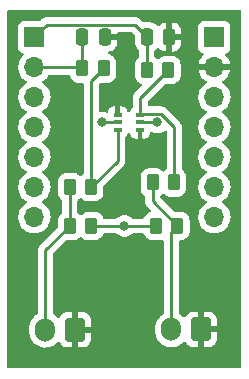
<source format=gbr>
%TF.GenerationSoftware,KiCad,Pcbnew,(6.0.5)*%
%TF.CreationDate,2022-05-19T09:16:10-04:00*%
%TF.ProjectId,OneMoreThermistor,4f6e654d-6f72-4655-9468-65726d697374,rev?*%
%TF.SameCoordinates,Original*%
%TF.FileFunction,Copper,L1,Top*%
%TF.FilePolarity,Positive*%
%FSLAX46Y46*%
G04 Gerber Fmt 4.6, Leading zero omitted, Abs format (unit mm)*
G04 Created by KiCad (PCBNEW (6.0.5)) date 2022-05-19 09:16:10*
%MOMM*%
%LPD*%
G01*
G04 APERTURE LIST*
G04 Aperture macros list*
%AMRoundRect*
0 Rectangle with rounded corners*
0 $1 Rounding radius*
0 $2 $3 $4 $5 $6 $7 $8 $9 X,Y pos of 4 corners*
0 Add a 4 corners polygon primitive as box body*
4,1,4,$2,$3,$4,$5,$6,$7,$8,$9,$2,$3,0*
0 Add four circle primitives for the rounded corners*
1,1,$1+$1,$2,$3*
1,1,$1+$1,$4,$5*
1,1,$1+$1,$6,$7*
1,1,$1+$1,$8,$9*
0 Add four rect primitives between the rounded corners*
20,1,$1+$1,$2,$3,$4,$5,0*
20,1,$1+$1,$4,$5,$6,$7,0*
20,1,$1+$1,$6,$7,$8,$9,0*
20,1,$1+$1,$8,$9,$2,$3,0*%
G04 Aperture macros list end*
%TA.AperFunction,ComponentPad*%
%ADD10RoundRect,0.250000X0.600000X0.750000X-0.600000X0.750000X-0.600000X-0.750000X0.600000X-0.750000X0*%
%TD*%
%TA.AperFunction,ComponentPad*%
%ADD11O,1.700000X2.000000*%
%TD*%
%TA.AperFunction,SMDPad,CuDef*%
%ADD12RoundRect,0.250000X-0.262500X-0.450000X0.262500X-0.450000X0.262500X0.450000X-0.262500X0.450000X0*%
%TD*%
%TA.AperFunction,SMDPad,CuDef*%
%ADD13RoundRect,0.250000X-0.250000X-0.475000X0.250000X-0.475000X0.250000X0.475000X-0.250000X0.475000X0*%
%TD*%
%TA.AperFunction,ComponentPad*%
%ADD14R,1.700000X1.700000*%
%TD*%
%TA.AperFunction,ComponentPad*%
%ADD15O,1.700000X1.700000*%
%TD*%
%TA.AperFunction,SMDPad,CuDef*%
%ADD16RoundRect,0.250000X0.262500X0.450000X-0.262500X0.450000X-0.262500X-0.450000X0.262500X-0.450000X0*%
%TD*%
%TA.AperFunction,SMDPad,CuDef*%
%ADD17R,0.650000X0.400000*%
%TD*%
%TA.AperFunction,ViaPad*%
%ADD18C,0.800000*%
%TD*%
%TA.AperFunction,Conductor*%
%ADD19C,0.250000*%
%TD*%
G04 APERTURE END LIST*
D10*
%TO.P,J1,1,Pin_1*%
%TO.N,GND*%
X102997000Y-83820000D03*
D11*
%TO.P,J1,2,Pin_2*%
%TO.N,Net-(J1-Pad2)*%
X100497000Y-83820000D03*
%TD*%
D12*
%TO.P,R4,1*%
%TO.N,Net-(J4-Pad2)*%
X91901000Y-75057000D03*
%TO.P,R4,2*%
%TO.N,+3V3*%
X93726000Y-75057000D03*
%TD*%
D13*
%TO.P,C2,1*%
%TO.N,/T2*%
X92964000Y-59055000D03*
%TO.P,C2,2*%
%TO.N,GND*%
X94864000Y-59055000D03*
%TD*%
D14*
%TO.P,J3,1,Pin_1*%
%TO.N,unconnected-(J3-Pad1)*%
X104140000Y-59070000D03*
D15*
%TO.P,J3,2,Pin_2*%
%TO.N,GND*%
X104140000Y-61610000D03*
%TO.P,J3,3,Pin_3*%
%TO.N,+3V3*%
X104140000Y-64150000D03*
%TO.P,J3,4,Pin_4*%
%TO.N,unconnected-(J3-Pad4)*%
X104140000Y-66690000D03*
%TO.P,J3,5,Pin_5*%
%TO.N,unconnected-(J3-Pad5)*%
X104140000Y-69230000D03*
%TO.P,J3,6,Pin_6*%
%TO.N,unconnected-(J3-Pad6)*%
X104140000Y-71770000D03*
%TO.P,J3,7,Pin_7*%
%TO.N,unconnected-(J3-Pad7)*%
X104140000Y-74310000D03*
%TD*%
D16*
%TO.P,R1,1*%
%TO.N,Net-(J1-Pad2)*%
X101012000Y-75057000D03*
%TO.P,R1,2*%
%TO.N,+3V3*%
X99187000Y-75057000D03*
%TD*%
D13*
%TO.P,C1,1*%
%TO.N,/T1*%
X98430000Y-59055000D03*
%TO.P,C1,2*%
%TO.N,GND*%
X100330000Y-59055000D03*
%TD*%
D12*
%TO.P,R2,1*%
%TO.N,Net-(J1-Pad2)*%
X98909500Y-71374000D03*
%TO.P,R2,2*%
%TO.N,/P1*%
X100734500Y-71374000D03*
%TD*%
D10*
%TO.P,J4,1,Pin_1*%
%TO.N,GND*%
X92329000Y-83837000D03*
D11*
%TO.P,J4,2,Pin_2*%
%TO.N,Net-(J4-Pad2)*%
X89829000Y-83837000D03*
%TD*%
D16*
%TO.P,R6,1*%
%TO.N,/P2*%
X94789000Y-61722000D03*
%TO.P,R6,2*%
%TO.N,/T2*%
X92964000Y-61722000D03*
%TD*%
D14*
%TO.P,J2,1,Pin_1*%
%TO.N,/T1*%
X88900000Y-59070000D03*
D15*
%TO.P,J2,2,Pin_2*%
%TO.N,/T2*%
X88900000Y-61610000D03*
%TO.P,J2,3,Pin_3*%
%TO.N,unconnected-(J2-Pad3)*%
X88900000Y-64150000D03*
%TO.P,J2,4,Pin_4*%
%TO.N,unconnected-(J2-Pad4)*%
X88900000Y-66690000D03*
%TO.P,J2,5,Pin_5*%
%TO.N,unconnected-(J2-Pad5)*%
X88900000Y-69230000D03*
%TO.P,J2,6,Pin_6*%
%TO.N,unconnected-(J2-Pad6)*%
X88900000Y-71770000D03*
%TO.P,J2,7,Pin_7*%
%TO.N,unconnected-(J2-Pad7)*%
X88900000Y-74310000D03*
%TD*%
D12*
%TO.P,R5,1*%
%TO.N,Net-(J4-Pad2)*%
X91901000Y-71755000D03*
%TO.P,R5,2*%
%TO.N,/P2*%
X93726000Y-71755000D03*
%TD*%
D17*
%TO.P,D1,1,A1*%
%TO.N,GND*%
X95951000Y-65644000D03*
%TO.P,D1,2,K2*%
%TO.N,+3V3*%
X95951000Y-66294000D03*
%TO.P,D1,3,K1A2*%
%TO.N,/P2*%
X95951000Y-66944000D03*
%TO.P,D1,4,A3*%
%TO.N,GND*%
X97851000Y-66944000D03*
%TO.P,D1,5,K4*%
%TO.N,+3V3*%
X97851000Y-66294000D03*
%TO.P,D1,6,K3A4*%
%TO.N,/P1*%
X97851000Y-65644000D03*
%TD*%
D16*
%TO.P,R3,1*%
%TO.N,/P1*%
X100250000Y-61849000D03*
%TO.P,R3,2*%
%TO.N,/T1*%
X98425000Y-61849000D03*
%TD*%
D18*
%TO.N,GND*%
X91694000Y-68707000D03*
X96266000Y-63500000D03*
X96647000Y-60706000D03*
X91694000Y-65024000D03*
X96901000Y-78359000D03*
X93599000Y-78359000D03*
X103759000Y-78359000D03*
X100584000Y-64643000D03*
X97790000Y-68707000D03*
%TO.N,+3V3*%
X99314000Y-66294000D03*
X96520000Y-75057000D03*
X94615000Y-66294000D03*
%TD*%
D19*
%TO.N,+3V3*%
X93726000Y-75057000D02*
X96520000Y-75057000D01*
X96520000Y-75057000D02*
X99187000Y-75057000D01*
X97851000Y-66294000D02*
X99314000Y-66294000D01*
X94615000Y-66294000D02*
X95951000Y-66294000D01*
%TO.N,Net-(J1-Pad2)*%
X100497000Y-75572000D02*
X100497000Y-83820000D01*
X98909500Y-72954500D02*
X101012000Y-75057000D01*
X98909500Y-71374000D02*
X98909500Y-72954500D01*
X101012000Y-75057000D02*
X100497000Y-75572000D01*
%TO.N,/T1*%
X98430000Y-59055000D02*
X98430000Y-61844000D01*
X98430000Y-61844000D02*
X98425000Y-61849000D01*
X88900000Y-59070000D02*
X89964520Y-58005480D01*
X97380480Y-58005480D02*
X98430000Y-59055000D01*
X89964520Y-58005480D02*
X97380480Y-58005480D01*
%TO.N,/T2*%
X92964000Y-61722000D02*
X92964000Y-59055000D01*
X92852000Y-61610000D02*
X92964000Y-61722000D01*
X88900000Y-61610000D02*
X92852000Y-61610000D01*
%TO.N,/P2*%
X94789000Y-61722000D02*
X93726000Y-62785000D01*
X93726000Y-62785000D02*
X93726000Y-71755000D01*
X93726000Y-71755000D02*
X95951000Y-69530000D01*
X95951000Y-69530000D02*
X95951000Y-66944000D01*
%TO.N,/P1*%
X97851000Y-64248000D02*
X100250000Y-61849000D01*
X97851000Y-65644000D02*
X97925511Y-65569489D01*
X97925511Y-65569489D02*
X99614103Y-65569489D01*
X99614103Y-65569489D02*
X100734500Y-66689886D01*
X100734500Y-66689886D02*
X100734500Y-71374000D01*
X97851000Y-65644000D02*
X97851000Y-64248000D01*
%TO.N,Net-(J4-Pad2)*%
X91901000Y-71755000D02*
X91901000Y-75057000D01*
X89829000Y-77129000D02*
X89829000Y-83837000D01*
X91901000Y-75057000D02*
X89829000Y-77129000D01*
%TD*%
%TA.AperFunction,Conductor*%
%TO.N,GND*%
G36*
X106367621Y-56789502D02*
G01*
X106414114Y-56843158D01*
X106425500Y-56895500D01*
X106425500Y-86995500D01*
X106405498Y-87063621D01*
X106351842Y-87110114D01*
X106299500Y-87121500D01*
X86740500Y-87121500D01*
X86672379Y-87101498D01*
X86625886Y-87047842D01*
X86614500Y-86995500D01*
X86614500Y-74276695D01*
X87537251Y-74276695D01*
X87537548Y-74281848D01*
X87537548Y-74281851D01*
X87546915Y-74444296D01*
X87550110Y-74499715D01*
X87551247Y-74504761D01*
X87551248Y-74504767D01*
X87563655Y-74559817D01*
X87599222Y-74717639D01*
X87683266Y-74924616D01*
X87799987Y-75115088D01*
X87946250Y-75283938D01*
X88118126Y-75426632D01*
X88311000Y-75539338D01*
X88315825Y-75541180D01*
X88315826Y-75541181D01*
X88366674Y-75560598D01*
X88519692Y-75619030D01*
X88524760Y-75620061D01*
X88524763Y-75620062D01*
X88632017Y-75641883D01*
X88738597Y-75663567D01*
X88743772Y-75663757D01*
X88743774Y-75663757D01*
X88956673Y-75671564D01*
X88956677Y-75671564D01*
X88961837Y-75671753D01*
X88966957Y-75671097D01*
X88966959Y-75671097D01*
X89178288Y-75644025D01*
X89178289Y-75644025D01*
X89183416Y-75643368D01*
X89188366Y-75641883D01*
X89392429Y-75580661D01*
X89392434Y-75580659D01*
X89397384Y-75579174D01*
X89597994Y-75480896D01*
X89779860Y-75351173D01*
X89938096Y-75193489D01*
X89997594Y-75110689D01*
X90065435Y-75016277D01*
X90068453Y-75012077D01*
X90167430Y-74811811D01*
X90232370Y-74598069D01*
X90261529Y-74376590D01*
X90263156Y-74310000D01*
X90244852Y-74087361D01*
X90190431Y-73870702D01*
X90101354Y-73665840D01*
X89980014Y-73478277D01*
X89829670Y-73313051D01*
X89825619Y-73309852D01*
X89825615Y-73309848D01*
X89658414Y-73177800D01*
X89658410Y-73177798D01*
X89654359Y-73174598D01*
X89613053Y-73151796D01*
X89563084Y-73101364D01*
X89548312Y-73031921D01*
X89573428Y-72965516D01*
X89600780Y-72938909D01*
X89663167Y-72894409D01*
X89779860Y-72811173D01*
X89783715Y-72807332D01*
X89934435Y-72657137D01*
X89938096Y-72653489D01*
X89989107Y-72582500D01*
X90065435Y-72476277D01*
X90068453Y-72472077D01*
X90091062Y-72426332D01*
X90165136Y-72276453D01*
X90165137Y-72276451D01*
X90167430Y-72271811D01*
X90232370Y-72058069D01*
X90261529Y-71836590D01*
X90263156Y-71770000D01*
X90244852Y-71547361D01*
X90190431Y-71330702D01*
X90101354Y-71125840D01*
X90061906Y-71064862D01*
X89982822Y-70942617D01*
X89982820Y-70942614D01*
X89980014Y-70938277D01*
X89829670Y-70773051D01*
X89825619Y-70769852D01*
X89825615Y-70769848D01*
X89658414Y-70637800D01*
X89658410Y-70637798D01*
X89654359Y-70634598D01*
X89613053Y-70611796D01*
X89563084Y-70561364D01*
X89548312Y-70491921D01*
X89573428Y-70425516D01*
X89600780Y-70398909D01*
X89644603Y-70367650D01*
X89779860Y-70271173D01*
X89789433Y-70261634D01*
X89872990Y-70178368D01*
X89938096Y-70113489D01*
X89997594Y-70030689D01*
X90065435Y-69936277D01*
X90068453Y-69932077D01*
X90073728Y-69921405D01*
X90165136Y-69736453D01*
X90165137Y-69736451D01*
X90167430Y-69731811D01*
X90232370Y-69518069D01*
X90261529Y-69296590D01*
X90261848Y-69283526D01*
X90263074Y-69233365D01*
X90263074Y-69233361D01*
X90263156Y-69230000D01*
X90244852Y-69007361D01*
X90190431Y-68790702D01*
X90101354Y-68585840D01*
X89980014Y-68398277D01*
X89829670Y-68233051D01*
X89825619Y-68229852D01*
X89825615Y-68229848D01*
X89658414Y-68097800D01*
X89658410Y-68097798D01*
X89654359Y-68094598D01*
X89613053Y-68071796D01*
X89563084Y-68021364D01*
X89548312Y-67951921D01*
X89573428Y-67885516D01*
X89600780Y-67858909D01*
X89644603Y-67827650D01*
X89779860Y-67731173D01*
X89938096Y-67573489D01*
X89997594Y-67490689D01*
X90065435Y-67396277D01*
X90068453Y-67392077D01*
X90132936Y-67261606D01*
X90165136Y-67196453D01*
X90165137Y-67196451D01*
X90167430Y-67191811D01*
X90232370Y-66978069D01*
X90261529Y-66756590D01*
X90263156Y-66690000D01*
X90244852Y-66467361D01*
X90190431Y-66250702D01*
X90101354Y-66045840D01*
X90051644Y-65969000D01*
X89982822Y-65862617D01*
X89982820Y-65862614D01*
X89980014Y-65858277D01*
X89829670Y-65693051D01*
X89825619Y-65689852D01*
X89825615Y-65689848D01*
X89658414Y-65557800D01*
X89658410Y-65557798D01*
X89654359Y-65554598D01*
X89613053Y-65531796D01*
X89563084Y-65481364D01*
X89548312Y-65411921D01*
X89573428Y-65345516D01*
X89600780Y-65318909D01*
X89666125Y-65272299D01*
X89779860Y-65191173D01*
X89808663Y-65162471D01*
X89934435Y-65037137D01*
X89938096Y-65033489D01*
X89997594Y-64950689D01*
X90065435Y-64856277D01*
X90068453Y-64852077D01*
X90167430Y-64651811D01*
X90232370Y-64438069D01*
X90261529Y-64216590D01*
X90261611Y-64213240D01*
X90263074Y-64153365D01*
X90263074Y-64153361D01*
X90263156Y-64150000D01*
X90244852Y-63927361D01*
X90190431Y-63710702D01*
X90101354Y-63505840D01*
X89980014Y-63318277D01*
X89829670Y-63153051D01*
X89825619Y-63149852D01*
X89825615Y-63149848D01*
X89658414Y-63017800D01*
X89658410Y-63017798D01*
X89654359Y-63014598D01*
X89613053Y-62991796D01*
X89563084Y-62941364D01*
X89548312Y-62871921D01*
X89573428Y-62805516D01*
X89600780Y-62778909D01*
X89644603Y-62747650D01*
X89779860Y-62651173D01*
X89792004Y-62639072D01*
X89861209Y-62570107D01*
X89938096Y-62493489D01*
X89942191Y-62487791D01*
X90065435Y-62316277D01*
X90068453Y-62312077D01*
X90070746Y-62307437D01*
X90072446Y-62304608D01*
X90124674Y-62256518D01*
X90180451Y-62243500D01*
X91834936Y-62243500D01*
X91903057Y-62263502D01*
X91949550Y-62317158D01*
X91954459Y-62329623D01*
X91998087Y-62460389D01*
X92009950Y-62495946D01*
X92103022Y-62646348D01*
X92228197Y-62771305D01*
X92234427Y-62775145D01*
X92234428Y-62775146D01*
X92371590Y-62859694D01*
X92378762Y-62864115D01*
X92424164Y-62879174D01*
X92540111Y-62917632D01*
X92540113Y-62917632D01*
X92546639Y-62919797D01*
X92553475Y-62920497D01*
X92553478Y-62920498D01*
X92596531Y-62924909D01*
X92651100Y-62930500D01*
X92966500Y-62930500D01*
X93034621Y-62950502D01*
X93081114Y-63004158D01*
X93092500Y-63056500D01*
X93092500Y-70572366D01*
X93072498Y-70640487D01*
X93032804Y-70679509D01*
X92989152Y-70706522D01*
X92934474Y-70761296D01*
X92902716Y-70793109D01*
X92840434Y-70827188D01*
X92769614Y-70822185D01*
X92724525Y-70793264D01*
X92641983Y-70710866D01*
X92636803Y-70705695D01*
X92630572Y-70701854D01*
X92492468Y-70616725D01*
X92492466Y-70616724D01*
X92486238Y-70612885D01*
X92377050Y-70576669D01*
X92324889Y-70559368D01*
X92324887Y-70559368D01*
X92318361Y-70557203D01*
X92311525Y-70556503D01*
X92311522Y-70556502D01*
X92268469Y-70552091D01*
X92213900Y-70546500D01*
X91588100Y-70546500D01*
X91584854Y-70546837D01*
X91584850Y-70546837D01*
X91489192Y-70556762D01*
X91489188Y-70556763D01*
X91482334Y-70557474D01*
X91475798Y-70559655D01*
X91475796Y-70559655D01*
X91373380Y-70593824D01*
X91314554Y-70613450D01*
X91164152Y-70706522D01*
X91039195Y-70831697D01*
X91035355Y-70837927D01*
X91035354Y-70837928D01*
X90970823Y-70942617D01*
X90946385Y-70982262D01*
X90944081Y-70989209D01*
X90898763Y-71125840D01*
X90890703Y-71150139D01*
X90880000Y-71254600D01*
X90880000Y-72255400D01*
X90880337Y-72258646D01*
X90880337Y-72258650D01*
X90888352Y-72335891D01*
X90890974Y-72361166D01*
X90893155Y-72367702D01*
X90893155Y-72367704D01*
X90909980Y-72418134D01*
X90946950Y-72528946D01*
X91040022Y-72679348D01*
X91165197Y-72804305D01*
X91171428Y-72808146D01*
X91171431Y-72808148D01*
X91207617Y-72830454D01*
X91255110Y-72883226D01*
X91267500Y-72937713D01*
X91267500Y-73874366D01*
X91247498Y-73942487D01*
X91207804Y-73981509D01*
X91164152Y-74008522D01*
X91039195Y-74133697D01*
X91035355Y-74139927D01*
X91035354Y-74139928D01*
X90957715Y-74265882D01*
X90946385Y-74284262D01*
X90890703Y-74452139D01*
X90880000Y-74556600D01*
X90880000Y-75129906D01*
X90859998Y-75198027D01*
X90843095Y-75219001D01*
X89436747Y-76625348D01*
X89428461Y-76632888D01*
X89421982Y-76637000D01*
X89416557Y-76642777D01*
X89375357Y-76686651D01*
X89372602Y-76689493D01*
X89352865Y-76709230D01*
X89350385Y-76712427D01*
X89342682Y-76721447D01*
X89312414Y-76753679D01*
X89308595Y-76760625D01*
X89308593Y-76760628D01*
X89302652Y-76771434D01*
X89291801Y-76787953D01*
X89279386Y-76803959D01*
X89276241Y-76811228D01*
X89276238Y-76811232D01*
X89261826Y-76844537D01*
X89256609Y-76855187D01*
X89235305Y-76893940D01*
X89233334Y-76901615D01*
X89233334Y-76901616D01*
X89230267Y-76913562D01*
X89223863Y-76932266D01*
X89215819Y-76950855D01*
X89214580Y-76958678D01*
X89214577Y-76958688D01*
X89208901Y-76994524D01*
X89206495Y-77006144D01*
X89195500Y-77048970D01*
X89195500Y-77069224D01*
X89193949Y-77088934D01*
X89190780Y-77108943D01*
X89191526Y-77116835D01*
X89194941Y-77152961D01*
X89195500Y-77164819D01*
X89195500Y-82411404D01*
X89175498Y-82479525D01*
X89134867Y-82519122D01*
X89025683Y-82585377D01*
X89021653Y-82588874D01*
X88871146Y-82719477D01*
X88851555Y-82736477D01*
X88848168Y-82740608D01*
X88708760Y-82910627D01*
X88708756Y-82910633D01*
X88705376Y-82914755D01*
X88702737Y-82919391D01*
X88702735Y-82919394D01*
X88692261Y-82937794D01*
X88591325Y-83115114D01*
X88512663Y-83331825D01*
X88511714Y-83337074D01*
X88511713Y-83337077D01*
X88472377Y-83554608D01*
X88472376Y-83554615D01*
X88471639Y-83558692D01*
X88470500Y-83582844D01*
X88470500Y-84044890D01*
X88474426Y-84091156D01*
X88483638Y-84199720D01*
X88485080Y-84216720D01*
X88486418Y-84221875D01*
X88486419Y-84221881D01*
X88539850Y-84427741D01*
X88542999Y-84439872D01*
X88637688Y-84650075D01*
X88766441Y-84841319D01*
X88770120Y-84845176D01*
X88770122Y-84845178D01*
X88807606Y-84884471D01*
X88925576Y-85008135D01*
X89110542Y-85145754D01*
X89115293Y-85148170D01*
X89115297Y-85148172D01*
X89162040Y-85171937D01*
X89316051Y-85250240D01*
X89321145Y-85251822D01*
X89321148Y-85251823D01*
X89476380Y-85300024D01*
X89536227Y-85318607D01*
X89541516Y-85319308D01*
X89759489Y-85348198D01*
X89759494Y-85348198D01*
X89764774Y-85348898D01*
X89770103Y-85348698D01*
X89770105Y-85348698D01*
X89879966Y-85344573D01*
X89995158Y-85340249D01*
X90000468Y-85339135D01*
X90139878Y-85309884D01*
X90220791Y-85292907D01*
X90225750Y-85290949D01*
X90225752Y-85290948D01*
X90430256Y-85210185D01*
X90430258Y-85210184D01*
X90435221Y-85208224D01*
X90460005Y-85193185D01*
X90627757Y-85091390D01*
X90627756Y-85091390D01*
X90632317Y-85088623D01*
X90678934Y-85048171D01*
X90802412Y-84941023D01*
X90802414Y-84941021D01*
X90806445Y-84937523D01*
X90836006Y-84901471D01*
X90894666Y-84861476D01*
X90965636Y-84859545D01*
X91026384Y-84896290D01*
X91040584Y-84915059D01*
X91127063Y-85054807D01*
X91136099Y-85066208D01*
X91250829Y-85180739D01*
X91262240Y-85189751D01*
X91400243Y-85274816D01*
X91413424Y-85280963D01*
X91567710Y-85332138D01*
X91581086Y-85335005D01*
X91675438Y-85344672D01*
X91681854Y-85345000D01*
X92056885Y-85345000D01*
X92072124Y-85340525D01*
X92073329Y-85339135D01*
X92075000Y-85331452D01*
X92075000Y-85326884D01*
X92583000Y-85326884D01*
X92587475Y-85342123D01*
X92588865Y-85343328D01*
X92596548Y-85344999D01*
X92976095Y-85344999D01*
X92982614Y-85344662D01*
X93078206Y-85334743D01*
X93091600Y-85331851D01*
X93245784Y-85280412D01*
X93258962Y-85274239D01*
X93396807Y-85188937D01*
X93408208Y-85179901D01*
X93522739Y-85065171D01*
X93531751Y-85053760D01*
X93616816Y-84915757D01*
X93622963Y-84902576D01*
X93674138Y-84748290D01*
X93677005Y-84734914D01*
X93686672Y-84640562D01*
X93687000Y-84634146D01*
X93687000Y-84109115D01*
X93682525Y-84093876D01*
X93681135Y-84092671D01*
X93673452Y-84091000D01*
X92601115Y-84091000D01*
X92585876Y-84095475D01*
X92584671Y-84096865D01*
X92583000Y-84104548D01*
X92583000Y-85326884D01*
X92075000Y-85326884D01*
X92075000Y-83564885D01*
X92583000Y-83564885D01*
X92587475Y-83580124D01*
X92588865Y-83581329D01*
X92596548Y-83583000D01*
X93668884Y-83583000D01*
X93684123Y-83578525D01*
X93685328Y-83577135D01*
X93686999Y-83569452D01*
X93686999Y-83039905D01*
X93686662Y-83033386D01*
X93676743Y-82937794D01*
X93673851Y-82924400D01*
X93622412Y-82770216D01*
X93616239Y-82757038D01*
X93530937Y-82619193D01*
X93521901Y-82607792D01*
X93407171Y-82493261D01*
X93395760Y-82484249D01*
X93257757Y-82399184D01*
X93244576Y-82393037D01*
X93090290Y-82341862D01*
X93076914Y-82338995D01*
X92982562Y-82329328D01*
X92976145Y-82329000D01*
X92601115Y-82329000D01*
X92585876Y-82333475D01*
X92584671Y-82334865D01*
X92583000Y-82342548D01*
X92583000Y-83564885D01*
X92075000Y-83564885D01*
X92075000Y-82347116D01*
X92070525Y-82331877D01*
X92069135Y-82330672D01*
X92061452Y-82329001D01*
X91681905Y-82329001D01*
X91675386Y-82329338D01*
X91579794Y-82339257D01*
X91566400Y-82342149D01*
X91412216Y-82393588D01*
X91399038Y-82399761D01*
X91261193Y-82485063D01*
X91249792Y-82494099D01*
X91135261Y-82608829D01*
X91126247Y-82620243D01*
X91040277Y-82759713D01*
X90987505Y-82807207D01*
X90917434Y-82818631D01*
X90852310Y-82790357D01*
X90841847Y-82780570D01*
X90834967Y-82773357D01*
X90732424Y-82665865D01*
X90547458Y-82528246D01*
X90542706Y-82525830D01*
X90542698Y-82525825D01*
X90531394Y-82520078D01*
X90479737Y-82471375D01*
X90462500Y-82407762D01*
X90462500Y-77443594D01*
X90482502Y-77375473D01*
X90499405Y-77354499D01*
X91551499Y-76302405D01*
X91613811Y-76268379D01*
X91640594Y-76265500D01*
X92213900Y-76265500D01*
X92217146Y-76265163D01*
X92217150Y-76265163D01*
X92312808Y-76255238D01*
X92312812Y-76255237D01*
X92319666Y-76254526D01*
X92326202Y-76252345D01*
X92326204Y-76252345D01*
X92458306Y-76208272D01*
X92487446Y-76198550D01*
X92637848Y-76105478D01*
X92724284Y-76018891D01*
X92786566Y-75984812D01*
X92857386Y-75989815D01*
X92902476Y-76018736D01*
X92990197Y-76106305D01*
X92996427Y-76110145D01*
X92996428Y-76110146D01*
X93133590Y-76194694D01*
X93140762Y-76199115D01*
X93207534Y-76221262D01*
X93302111Y-76252632D01*
X93302113Y-76252632D01*
X93308639Y-76254797D01*
X93315475Y-76255497D01*
X93315478Y-76255498D01*
X93358531Y-76259909D01*
X93413100Y-76265500D01*
X94038900Y-76265500D01*
X94042146Y-76265163D01*
X94042150Y-76265163D01*
X94137808Y-76255238D01*
X94137812Y-76255237D01*
X94144666Y-76254526D01*
X94151202Y-76252345D01*
X94151204Y-76252345D01*
X94283306Y-76208272D01*
X94312446Y-76198550D01*
X94462848Y-76105478D01*
X94587805Y-75980303D01*
X94596930Y-75965500D01*
X94676775Y-75835968D01*
X94676776Y-75835966D01*
X94680615Y-75829738D01*
X94698163Y-75776832D01*
X94738594Y-75718473D01*
X94804158Y-75691236D01*
X94817756Y-75690500D01*
X95811800Y-75690500D01*
X95879921Y-75710502D01*
X95899147Y-75726843D01*
X95899420Y-75726540D01*
X95904332Y-75730963D01*
X95908747Y-75735866D01*
X95914086Y-75739745D01*
X96028389Y-75822791D01*
X96063248Y-75848118D01*
X96069276Y-75850802D01*
X96069278Y-75850803D01*
X96231681Y-75923109D01*
X96237712Y-75925794D01*
X96331112Y-75945647D01*
X96418056Y-75964128D01*
X96418061Y-75964128D01*
X96424513Y-75965500D01*
X96615487Y-75965500D01*
X96621939Y-75964128D01*
X96621944Y-75964128D01*
X96708888Y-75945647D01*
X96802288Y-75925794D01*
X96808319Y-75923109D01*
X96970722Y-75850803D01*
X96970724Y-75850802D01*
X96976752Y-75848118D01*
X97011612Y-75822791D01*
X97125914Y-75739745D01*
X97131253Y-75735866D01*
X97135668Y-75730963D01*
X97140580Y-75726540D01*
X97141705Y-75727789D01*
X97195014Y-75694949D01*
X97228200Y-75690500D01*
X98095303Y-75690500D01*
X98163424Y-75710502D01*
X98209917Y-75764158D01*
X98214826Y-75776623D01*
X98232950Y-75830946D01*
X98326022Y-75981348D01*
X98451197Y-76106305D01*
X98457427Y-76110145D01*
X98457428Y-76110146D01*
X98594590Y-76194694D01*
X98601762Y-76199115D01*
X98668534Y-76221262D01*
X98763111Y-76252632D01*
X98763113Y-76252632D01*
X98769639Y-76254797D01*
X98776475Y-76255497D01*
X98776478Y-76255498D01*
X98819531Y-76259909D01*
X98874100Y-76265500D01*
X99499900Y-76265500D01*
X99503146Y-76265163D01*
X99503150Y-76265163D01*
X99598808Y-76255238D01*
X99598812Y-76255237D01*
X99605666Y-76254526D01*
X99612208Y-76252343D01*
X99612210Y-76252343D01*
X99697623Y-76223847D01*
X99768573Y-76221262D01*
X99829657Y-76257445D01*
X99861482Y-76320909D01*
X99863500Y-76343370D01*
X99863500Y-82394404D01*
X99843498Y-82462525D01*
X99802867Y-82502122D01*
X99693683Y-82568377D01*
X99689653Y-82571874D01*
X99576893Y-82669722D01*
X99519555Y-82719477D01*
X99516168Y-82723608D01*
X99376760Y-82893627D01*
X99376756Y-82893633D01*
X99373376Y-82897755D01*
X99370737Y-82902391D01*
X99370735Y-82902394D01*
X99350584Y-82937794D01*
X99259325Y-83098114D01*
X99180663Y-83314825D01*
X99179714Y-83320074D01*
X99179713Y-83320077D01*
X99140377Y-83537608D01*
X99140376Y-83537615D01*
X99139639Y-83541692D01*
X99138500Y-83565844D01*
X99138500Y-84027890D01*
X99142426Y-84074156D01*
X99145918Y-84115308D01*
X99153080Y-84199720D01*
X99154418Y-84204875D01*
X99154419Y-84204881D01*
X99190054Y-84342175D01*
X99210999Y-84422872D01*
X99305688Y-84633075D01*
X99434441Y-84824319D01*
X99438120Y-84828176D01*
X99438122Y-84828178D01*
X99468045Y-84859545D01*
X99593576Y-84991135D01*
X99778542Y-85128754D01*
X99783293Y-85131170D01*
X99783297Y-85131172D01*
X99816734Y-85148172D01*
X99984051Y-85233240D01*
X99989145Y-85234822D01*
X99989148Y-85234823D01*
X100135968Y-85280412D01*
X100204227Y-85301607D01*
X100209516Y-85302308D01*
X100427489Y-85331198D01*
X100427494Y-85331198D01*
X100432774Y-85331898D01*
X100438103Y-85331698D01*
X100438105Y-85331698D01*
X100566332Y-85326884D01*
X100663158Y-85323249D01*
X100668468Y-85322135D01*
X100883572Y-85277002D01*
X100888791Y-85275907D01*
X100893750Y-85273949D01*
X100893752Y-85273948D01*
X101098256Y-85193185D01*
X101098258Y-85193184D01*
X101103221Y-85191224D01*
X101174169Y-85148172D01*
X101295757Y-85074390D01*
X101295756Y-85074390D01*
X101300317Y-85071623D01*
X101377926Y-85004278D01*
X101470412Y-84924023D01*
X101470414Y-84924021D01*
X101474445Y-84920523D01*
X101504006Y-84884471D01*
X101562666Y-84844476D01*
X101633636Y-84842545D01*
X101694384Y-84879290D01*
X101708584Y-84898059D01*
X101795063Y-85037807D01*
X101804099Y-85049208D01*
X101918829Y-85163739D01*
X101930240Y-85172751D01*
X102068243Y-85257816D01*
X102081424Y-85263963D01*
X102235710Y-85315138D01*
X102249086Y-85318005D01*
X102343438Y-85327672D01*
X102349854Y-85328000D01*
X102724885Y-85328000D01*
X102740124Y-85323525D01*
X102741329Y-85322135D01*
X102743000Y-85314452D01*
X102743000Y-85309884D01*
X103251000Y-85309884D01*
X103255475Y-85325123D01*
X103256865Y-85326328D01*
X103264548Y-85327999D01*
X103644095Y-85327999D01*
X103650614Y-85327662D01*
X103746206Y-85317743D01*
X103759600Y-85314851D01*
X103913784Y-85263412D01*
X103926962Y-85257239D01*
X104064807Y-85171937D01*
X104076208Y-85162901D01*
X104190739Y-85048171D01*
X104199751Y-85036760D01*
X104284816Y-84898757D01*
X104290963Y-84885576D01*
X104342138Y-84731290D01*
X104345005Y-84717914D01*
X104354672Y-84623562D01*
X104355000Y-84617146D01*
X104355000Y-84092115D01*
X104350525Y-84076876D01*
X104349135Y-84075671D01*
X104341452Y-84074000D01*
X103269115Y-84074000D01*
X103253876Y-84078475D01*
X103252671Y-84079865D01*
X103251000Y-84087548D01*
X103251000Y-85309884D01*
X102743000Y-85309884D01*
X102743000Y-83547885D01*
X103251000Y-83547885D01*
X103255475Y-83563124D01*
X103256865Y-83564329D01*
X103264548Y-83566000D01*
X104336884Y-83566000D01*
X104352123Y-83561525D01*
X104353328Y-83560135D01*
X104354999Y-83552452D01*
X104354999Y-83022905D01*
X104354662Y-83016386D01*
X104344743Y-82920794D01*
X104341851Y-82907400D01*
X104290412Y-82753216D01*
X104284239Y-82740038D01*
X104198937Y-82602193D01*
X104189901Y-82590792D01*
X104075171Y-82476261D01*
X104063760Y-82467249D01*
X103925757Y-82382184D01*
X103912576Y-82376037D01*
X103758290Y-82324862D01*
X103744914Y-82321995D01*
X103650562Y-82312328D01*
X103644145Y-82312000D01*
X103269115Y-82312000D01*
X103253876Y-82316475D01*
X103252671Y-82317865D01*
X103251000Y-82325548D01*
X103251000Y-83547885D01*
X102743000Y-83547885D01*
X102743000Y-82330116D01*
X102738525Y-82314877D01*
X102737135Y-82313672D01*
X102729452Y-82312001D01*
X102349905Y-82312001D01*
X102343386Y-82312338D01*
X102247794Y-82322257D01*
X102234400Y-82325149D01*
X102080216Y-82376588D01*
X102067038Y-82382761D01*
X101929193Y-82468063D01*
X101917792Y-82477099D01*
X101803261Y-82591829D01*
X101794247Y-82603243D01*
X101708277Y-82742713D01*
X101655505Y-82790207D01*
X101585434Y-82801631D01*
X101520310Y-82773357D01*
X101509847Y-82763570D01*
X101489951Y-82742713D01*
X101400424Y-82648865D01*
X101215458Y-82511246D01*
X101210706Y-82508830D01*
X101210698Y-82508825D01*
X101199394Y-82503078D01*
X101147737Y-82454375D01*
X101130500Y-82390762D01*
X101130500Y-76391500D01*
X101150502Y-76323379D01*
X101204158Y-76276886D01*
X101256500Y-76265500D01*
X101324900Y-76265500D01*
X101328146Y-76265163D01*
X101328150Y-76265163D01*
X101423808Y-76255238D01*
X101423812Y-76255237D01*
X101430666Y-76254526D01*
X101437202Y-76252345D01*
X101437204Y-76252345D01*
X101569306Y-76208272D01*
X101598446Y-76198550D01*
X101748848Y-76105478D01*
X101873805Y-75980303D01*
X101882930Y-75965500D01*
X101962775Y-75835968D01*
X101962776Y-75835966D01*
X101966615Y-75829738D01*
X102022297Y-75661861D01*
X102024125Y-75644025D01*
X102027409Y-75611969D01*
X102033000Y-75557400D01*
X102033000Y-74556600D01*
X102022026Y-74450834D01*
X102011423Y-74419051D01*
X101968368Y-74290002D01*
X101966050Y-74283054D01*
X101962115Y-74276695D01*
X102777251Y-74276695D01*
X102777548Y-74281848D01*
X102777548Y-74281851D01*
X102786915Y-74444296D01*
X102790110Y-74499715D01*
X102791247Y-74504761D01*
X102791248Y-74504767D01*
X102803655Y-74559817D01*
X102839222Y-74717639D01*
X102923266Y-74924616D01*
X103039987Y-75115088D01*
X103186250Y-75283938D01*
X103358126Y-75426632D01*
X103551000Y-75539338D01*
X103555825Y-75541180D01*
X103555826Y-75541181D01*
X103606674Y-75560598D01*
X103759692Y-75619030D01*
X103764760Y-75620061D01*
X103764763Y-75620062D01*
X103872017Y-75641883D01*
X103978597Y-75663567D01*
X103983772Y-75663757D01*
X103983774Y-75663757D01*
X104196673Y-75671564D01*
X104196677Y-75671564D01*
X104201837Y-75671753D01*
X104206957Y-75671097D01*
X104206959Y-75671097D01*
X104418288Y-75644025D01*
X104418289Y-75644025D01*
X104423416Y-75643368D01*
X104428366Y-75641883D01*
X104632429Y-75580661D01*
X104632434Y-75580659D01*
X104637384Y-75579174D01*
X104837994Y-75480896D01*
X105019860Y-75351173D01*
X105178096Y-75193489D01*
X105237594Y-75110689D01*
X105305435Y-75016277D01*
X105308453Y-75012077D01*
X105407430Y-74811811D01*
X105472370Y-74598069D01*
X105501529Y-74376590D01*
X105503156Y-74310000D01*
X105484852Y-74087361D01*
X105430431Y-73870702D01*
X105341354Y-73665840D01*
X105220014Y-73478277D01*
X105069670Y-73313051D01*
X105065619Y-73309852D01*
X105065615Y-73309848D01*
X104898414Y-73177800D01*
X104898410Y-73177798D01*
X104894359Y-73174598D01*
X104853053Y-73151796D01*
X104803084Y-73101364D01*
X104788312Y-73031921D01*
X104813428Y-72965516D01*
X104840780Y-72938909D01*
X104903167Y-72894409D01*
X105019860Y-72811173D01*
X105023715Y-72807332D01*
X105174435Y-72657137D01*
X105178096Y-72653489D01*
X105229107Y-72582500D01*
X105305435Y-72476277D01*
X105308453Y-72472077D01*
X105331062Y-72426332D01*
X105405136Y-72276453D01*
X105405137Y-72276451D01*
X105407430Y-72271811D01*
X105472370Y-72058069D01*
X105501529Y-71836590D01*
X105503156Y-71770000D01*
X105484852Y-71547361D01*
X105430431Y-71330702D01*
X105341354Y-71125840D01*
X105301906Y-71064862D01*
X105222822Y-70942617D01*
X105222820Y-70942614D01*
X105220014Y-70938277D01*
X105069670Y-70773051D01*
X105065619Y-70769852D01*
X105065615Y-70769848D01*
X104898414Y-70637800D01*
X104898410Y-70637798D01*
X104894359Y-70634598D01*
X104853053Y-70611796D01*
X104803084Y-70561364D01*
X104788312Y-70491921D01*
X104813428Y-70425516D01*
X104840780Y-70398909D01*
X104884603Y-70367650D01*
X105019860Y-70271173D01*
X105029433Y-70261634D01*
X105112990Y-70178368D01*
X105178096Y-70113489D01*
X105237594Y-70030689D01*
X105305435Y-69936277D01*
X105308453Y-69932077D01*
X105313728Y-69921405D01*
X105405136Y-69736453D01*
X105405137Y-69736451D01*
X105407430Y-69731811D01*
X105472370Y-69518069D01*
X105501529Y-69296590D01*
X105501848Y-69283526D01*
X105503074Y-69233365D01*
X105503074Y-69233361D01*
X105503156Y-69230000D01*
X105484852Y-69007361D01*
X105430431Y-68790702D01*
X105341354Y-68585840D01*
X105220014Y-68398277D01*
X105069670Y-68233051D01*
X105065619Y-68229852D01*
X105065615Y-68229848D01*
X104898414Y-68097800D01*
X104898410Y-68097798D01*
X104894359Y-68094598D01*
X104853053Y-68071796D01*
X104803084Y-68021364D01*
X104788312Y-67951921D01*
X104813428Y-67885516D01*
X104840780Y-67858909D01*
X104884603Y-67827650D01*
X105019860Y-67731173D01*
X105178096Y-67573489D01*
X105237594Y-67490689D01*
X105305435Y-67396277D01*
X105308453Y-67392077D01*
X105372936Y-67261606D01*
X105405136Y-67196453D01*
X105405137Y-67196451D01*
X105407430Y-67191811D01*
X105472370Y-66978069D01*
X105501529Y-66756590D01*
X105503156Y-66690000D01*
X105484852Y-66467361D01*
X105430431Y-66250702D01*
X105341354Y-66045840D01*
X105291644Y-65969000D01*
X105222822Y-65862617D01*
X105222820Y-65862614D01*
X105220014Y-65858277D01*
X105069670Y-65693051D01*
X105065619Y-65689852D01*
X105065615Y-65689848D01*
X104898414Y-65557800D01*
X104898410Y-65557798D01*
X104894359Y-65554598D01*
X104853053Y-65531796D01*
X104803084Y-65481364D01*
X104788312Y-65411921D01*
X104813428Y-65345516D01*
X104840780Y-65318909D01*
X104906125Y-65272299D01*
X105019860Y-65191173D01*
X105048663Y-65162471D01*
X105174435Y-65037137D01*
X105178096Y-65033489D01*
X105237594Y-64950689D01*
X105305435Y-64856277D01*
X105308453Y-64852077D01*
X105407430Y-64651811D01*
X105472370Y-64438069D01*
X105501529Y-64216590D01*
X105501611Y-64213240D01*
X105503074Y-64153365D01*
X105503074Y-64153361D01*
X105503156Y-64150000D01*
X105484852Y-63927361D01*
X105430431Y-63710702D01*
X105341354Y-63505840D01*
X105220014Y-63318277D01*
X105069670Y-63153051D01*
X105065619Y-63149852D01*
X105065615Y-63149848D01*
X104898414Y-63017800D01*
X104898410Y-63017798D01*
X104894359Y-63014598D01*
X104852569Y-62991529D01*
X104802598Y-62941097D01*
X104787826Y-62871654D01*
X104812942Y-62805248D01*
X104840294Y-62778641D01*
X105015328Y-62653792D01*
X105023200Y-62647139D01*
X105174052Y-62496812D01*
X105180730Y-62488965D01*
X105305003Y-62316020D01*
X105310313Y-62307183D01*
X105404670Y-62116267D01*
X105408469Y-62106672D01*
X105470377Y-61902910D01*
X105472555Y-61892837D01*
X105473986Y-61881962D01*
X105471775Y-61867778D01*
X105458617Y-61864000D01*
X102823225Y-61864000D01*
X102809694Y-61867973D01*
X102808257Y-61877966D01*
X102838565Y-62012446D01*
X102841645Y-62022275D01*
X102921770Y-62219603D01*
X102926413Y-62228794D01*
X103037694Y-62410388D01*
X103043777Y-62418699D01*
X103183213Y-62579667D01*
X103190580Y-62586883D01*
X103354434Y-62722916D01*
X103362881Y-62728831D01*
X103431969Y-62769203D01*
X103480693Y-62820842D01*
X103493764Y-62890625D01*
X103467033Y-62956396D01*
X103426584Y-62989752D01*
X103413607Y-62996507D01*
X103409474Y-62999610D01*
X103409471Y-62999612D01*
X103239100Y-63127530D01*
X103234965Y-63130635D01*
X103080629Y-63292138D01*
X102954743Y-63476680D01*
X102860688Y-63679305D01*
X102800989Y-63894570D01*
X102777251Y-64116695D01*
X102777548Y-64121848D01*
X102777548Y-64121851D01*
X102783011Y-64216590D01*
X102790110Y-64339715D01*
X102791247Y-64344761D01*
X102791248Y-64344767D01*
X102811119Y-64432939D01*
X102839222Y-64557639D01*
X102923266Y-64764616D01*
X102925965Y-64769020D01*
X103035927Y-64948462D01*
X103039987Y-64955088D01*
X103186250Y-65123938D01*
X103358126Y-65266632D01*
X103367824Y-65272299D01*
X103431445Y-65309476D01*
X103480169Y-65361114D01*
X103493240Y-65430897D01*
X103466509Y-65496669D01*
X103426055Y-65530027D01*
X103413607Y-65536507D01*
X103409474Y-65539610D01*
X103409471Y-65539612D01*
X103239100Y-65667530D01*
X103234965Y-65670635D01*
X103080629Y-65832138D01*
X103077715Y-65836410D01*
X103077714Y-65836411D01*
X102997285Y-65954316D01*
X102954743Y-66016680D01*
X102860688Y-66219305D01*
X102800989Y-66434570D01*
X102777251Y-66656695D01*
X102777548Y-66661848D01*
X102777548Y-66661851D01*
X102783202Y-66759908D01*
X102790110Y-66879715D01*
X102791247Y-66884761D01*
X102791248Y-66884767D01*
X102800879Y-66927500D01*
X102839222Y-67097639D01*
X102923266Y-67304616D01*
X102925965Y-67309020D01*
X102980277Y-67397649D01*
X103039987Y-67495088D01*
X103186250Y-67663938D01*
X103358126Y-67806632D01*
X103428595Y-67847811D01*
X103431445Y-67849476D01*
X103480169Y-67901114D01*
X103493240Y-67970897D01*
X103466509Y-68036669D01*
X103426055Y-68070027D01*
X103413607Y-68076507D01*
X103409474Y-68079610D01*
X103409471Y-68079612D01*
X103385247Y-68097800D01*
X103234965Y-68210635D01*
X103080629Y-68372138D01*
X102954743Y-68556680D01*
X102860688Y-68759305D01*
X102800989Y-68974570D01*
X102777251Y-69196695D01*
X102777548Y-69201848D01*
X102777548Y-69201851D01*
X102783011Y-69296590D01*
X102790110Y-69419715D01*
X102791247Y-69424761D01*
X102791248Y-69424767D01*
X102806892Y-69494181D01*
X102839222Y-69637639D01*
X102923266Y-69844616D01*
X102933494Y-69861306D01*
X103031967Y-70022000D01*
X103039987Y-70035088D01*
X103186250Y-70203938D01*
X103358126Y-70346632D01*
X103428595Y-70387811D01*
X103431445Y-70389476D01*
X103480169Y-70441114D01*
X103493240Y-70510897D01*
X103466509Y-70576669D01*
X103426055Y-70610027D01*
X103413607Y-70616507D01*
X103409474Y-70619610D01*
X103409471Y-70619612D01*
X103293718Y-70706522D01*
X103234965Y-70750635D01*
X103218529Y-70767834D01*
X103114383Y-70876817D01*
X103080629Y-70912138D01*
X102954743Y-71096680D01*
X102860688Y-71299305D01*
X102800989Y-71514570D01*
X102777251Y-71736695D01*
X102777548Y-71741848D01*
X102777548Y-71741851D01*
X102785005Y-71871183D01*
X102790110Y-71959715D01*
X102791247Y-71964761D01*
X102791248Y-71964767D01*
X102795896Y-71985389D01*
X102839222Y-72177639D01*
X102923266Y-72384616D01*
X102925965Y-72389020D01*
X103036644Y-72569632D01*
X103039987Y-72575088D01*
X103186250Y-72743938D01*
X103358126Y-72886632D01*
X103428595Y-72927811D01*
X103431445Y-72929476D01*
X103480169Y-72981114D01*
X103493240Y-73050897D01*
X103466509Y-73116669D01*
X103426055Y-73150027D01*
X103413607Y-73156507D01*
X103409474Y-73159610D01*
X103409471Y-73159612D01*
X103239100Y-73287530D01*
X103234965Y-73290635D01*
X103231393Y-73294373D01*
X103107923Y-73423577D01*
X103080629Y-73452138D01*
X102954743Y-73636680D01*
X102860688Y-73839305D01*
X102800989Y-74054570D01*
X102777251Y-74276695D01*
X101962115Y-74276695D01*
X101872978Y-74132652D01*
X101747803Y-74007695D01*
X101705382Y-73981546D01*
X101603468Y-73918725D01*
X101603466Y-73918724D01*
X101597238Y-73914885D01*
X101479159Y-73875720D01*
X101435889Y-73861368D01*
X101435887Y-73861368D01*
X101429361Y-73859203D01*
X101422525Y-73858503D01*
X101422522Y-73858502D01*
X101379469Y-73854091D01*
X101324900Y-73848500D01*
X100751594Y-73848500D01*
X100683473Y-73828498D01*
X100662499Y-73811595D01*
X99579905Y-72729000D01*
X99545879Y-72666688D01*
X99543000Y-72639905D01*
X99543000Y-72556634D01*
X99563002Y-72488513D01*
X99602697Y-72449490D01*
X99640120Y-72426332D01*
X99646348Y-72422478D01*
X99732784Y-72335891D01*
X99795066Y-72301812D01*
X99865886Y-72306815D01*
X99910975Y-72335736D01*
X99964352Y-72389020D01*
X99998697Y-72423305D01*
X100004927Y-72427145D01*
X100004928Y-72427146D01*
X100142090Y-72511694D01*
X100149262Y-72516115D01*
X100229005Y-72542564D01*
X100310611Y-72569632D01*
X100310613Y-72569632D01*
X100317139Y-72571797D01*
X100323975Y-72572497D01*
X100323978Y-72572498D01*
X100367031Y-72576909D01*
X100421600Y-72582500D01*
X101047400Y-72582500D01*
X101050646Y-72582163D01*
X101050650Y-72582163D01*
X101146308Y-72572238D01*
X101146312Y-72572237D01*
X101153166Y-72571526D01*
X101159702Y-72569345D01*
X101159704Y-72569345D01*
X101305237Y-72520791D01*
X101320946Y-72515550D01*
X101471348Y-72422478D01*
X101596305Y-72297303D01*
X101620163Y-72258598D01*
X101685275Y-72152968D01*
X101685276Y-72152966D01*
X101689115Y-72146738D01*
X101744797Y-71978861D01*
X101755500Y-71874400D01*
X101755500Y-70873600D01*
X101751799Y-70837928D01*
X101745238Y-70774692D01*
X101745237Y-70774688D01*
X101744526Y-70767834D01*
X101725800Y-70711704D01*
X101690868Y-70607002D01*
X101688550Y-70600054D01*
X101595478Y-70449652D01*
X101470303Y-70324695D01*
X101464069Y-70320852D01*
X101427883Y-70298546D01*
X101380390Y-70245774D01*
X101368000Y-70191287D01*
X101368000Y-66768654D01*
X101368527Y-66757471D01*
X101370202Y-66749978D01*
X101368062Y-66681887D01*
X101368000Y-66677930D01*
X101368000Y-66650030D01*
X101367496Y-66646039D01*
X101366563Y-66634197D01*
X101366086Y-66619000D01*
X101365174Y-66589997D01*
X101359521Y-66570538D01*
X101355512Y-66551179D01*
X101354369Y-66542134D01*
X101352974Y-66531089D01*
X101350058Y-66523723D01*
X101350056Y-66523717D01*
X101336700Y-66489984D01*
X101332855Y-66478754D01*
X101322730Y-66443903D01*
X101322730Y-66443902D01*
X101320519Y-66436293D01*
X101310205Y-66418852D01*
X101301508Y-66401099D01*
X101296972Y-66389644D01*
X101294052Y-66382269D01*
X101268063Y-66346498D01*
X101261547Y-66336578D01*
X101243078Y-66305349D01*
X101239042Y-66298524D01*
X101224721Y-66284203D01*
X101211880Y-66269169D01*
X101204631Y-66259192D01*
X101199972Y-66252779D01*
X101165895Y-66224588D01*
X101157116Y-66216598D01*
X100117755Y-65177236D01*
X100110215Y-65168950D01*
X100106103Y-65162471D01*
X100056451Y-65115845D01*
X100053610Y-65113091D01*
X100033873Y-65093354D01*
X100030676Y-65090874D01*
X100021654Y-65083169D01*
X99995203Y-65058330D01*
X99989424Y-65052903D01*
X99982478Y-65049084D01*
X99982475Y-65049082D01*
X99971669Y-65043141D01*
X99955150Y-65032290D01*
X99951285Y-65029292D01*
X99939144Y-65019875D01*
X99931875Y-65016730D01*
X99931871Y-65016727D01*
X99898566Y-65002315D01*
X99887916Y-64997098D01*
X99849163Y-64975794D01*
X99829540Y-64970756D01*
X99810837Y-64964352D01*
X99799523Y-64959456D01*
X99799522Y-64959456D01*
X99792248Y-64956308D01*
X99784425Y-64955069D01*
X99784415Y-64955066D01*
X99748579Y-64949390D01*
X99736959Y-64946984D01*
X99701814Y-64937961D01*
X99701813Y-64937961D01*
X99694133Y-64935989D01*
X99673879Y-64935989D01*
X99654168Y-64934438D01*
X99641989Y-64932509D01*
X99634160Y-64931269D01*
X99626268Y-64932015D01*
X99590142Y-64935430D01*
X99578284Y-64935989D01*
X98610500Y-64935989D01*
X98542379Y-64915987D01*
X98495886Y-64862331D01*
X98484500Y-64809989D01*
X98484500Y-64562594D01*
X98504502Y-64494473D01*
X98521405Y-64473499D01*
X99900499Y-63094405D01*
X99962811Y-63060379D01*
X99989594Y-63057500D01*
X100562900Y-63057500D01*
X100566146Y-63057163D01*
X100566150Y-63057163D01*
X100661808Y-63047238D01*
X100661812Y-63047237D01*
X100668666Y-63046526D01*
X100675202Y-63044345D01*
X100675204Y-63044345D01*
X100825751Y-62994118D01*
X100836446Y-62990550D01*
X100986848Y-62897478D01*
X101012361Y-62871921D01*
X101103227Y-62780896D01*
X101111805Y-62772303D01*
X101139957Y-62726632D01*
X101200775Y-62627968D01*
X101200776Y-62627966D01*
X101204615Y-62621738D01*
X101244272Y-62502176D01*
X101258132Y-62460389D01*
X101258132Y-62460387D01*
X101260297Y-62453861D01*
X101271000Y-62349400D01*
X101271000Y-61348600D01*
X101270542Y-61344183D01*
X101260738Y-61249692D01*
X101260737Y-61249688D01*
X101260026Y-61242834D01*
X101254032Y-61224866D01*
X101206368Y-61082002D01*
X101204050Y-61075054D01*
X101110978Y-60924652D01*
X100985803Y-60799695D01*
X100976869Y-60794188D01*
X100841468Y-60710725D01*
X100841466Y-60710724D01*
X100835238Y-60706885D01*
X100722130Y-60669369D01*
X100673889Y-60653368D01*
X100673887Y-60653368D01*
X100667361Y-60651203D01*
X100660525Y-60650503D01*
X100660522Y-60650502D01*
X100617469Y-60646091D01*
X100562900Y-60640500D01*
X99937100Y-60640500D01*
X99933854Y-60640837D01*
X99933850Y-60640837D01*
X99838192Y-60650762D01*
X99838188Y-60650763D01*
X99831334Y-60651474D01*
X99824798Y-60653655D01*
X99824796Y-60653655D01*
X99749716Y-60678704D01*
X99663554Y-60707450D01*
X99513152Y-60800522D01*
X99507979Y-60805704D01*
X99426716Y-60887109D01*
X99364434Y-60921188D01*
X99293614Y-60916185D01*
X99248525Y-60887264D01*
X99165983Y-60804866D01*
X99160803Y-60799695D01*
X99154569Y-60795852D01*
X99123383Y-60776628D01*
X99075890Y-60723855D01*
X99063500Y-60669369D01*
X99063500Y-60254899D01*
X99083502Y-60186778D01*
X99123197Y-60147755D01*
X99148120Y-60132332D01*
X99154348Y-60128478D01*
X99279305Y-60003303D01*
X99282102Y-59998765D01*
X99339353Y-59958176D01*
X99410276Y-59954946D01*
X99471687Y-59990572D01*
X99479062Y-59999068D01*
X99487098Y-60009207D01*
X99601829Y-60123739D01*
X99613240Y-60132751D01*
X99751243Y-60217816D01*
X99764424Y-60223963D01*
X99918710Y-60275138D01*
X99932086Y-60278005D01*
X100026438Y-60287672D01*
X100032854Y-60288000D01*
X100057885Y-60288000D01*
X100073124Y-60283525D01*
X100074329Y-60282135D01*
X100076000Y-60274452D01*
X100076000Y-60269884D01*
X100584000Y-60269884D01*
X100588475Y-60285123D01*
X100589865Y-60286328D01*
X100597548Y-60287999D01*
X100627095Y-60287999D01*
X100633614Y-60287662D01*
X100729206Y-60277743D01*
X100742600Y-60274851D01*
X100896784Y-60223412D01*
X100909962Y-60217239D01*
X101047807Y-60131937D01*
X101059208Y-60122901D01*
X101173739Y-60008171D01*
X101182751Y-59996760D01*
X101200396Y-59968134D01*
X102781500Y-59968134D01*
X102788255Y-60030316D01*
X102839385Y-60166705D01*
X102926739Y-60283261D01*
X103043295Y-60370615D01*
X103051704Y-60373767D01*
X103051705Y-60373768D01*
X103160960Y-60414726D01*
X103217725Y-60457367D01*
X103242425Y-60523929D01*
X103227218Y-60593278D01*
X103207825Y-60619759D01*
X103084590Y-60748717D01*
X103078104Y-60756727D01*
X102958098Y-60932649D01*
X102953000Y-60941623D01*
X102863338Y-61134783D01*
X102859775Y-61144470D01*
X102804389Y-61344183D01*
X102805912Y-61352607D01*
X102818292Y-61356000D01*
X105458344Y-61356000D01*
X105471875Y-61352027D01*
X105473180Y-61342947D01*
X105431214Y-61175875D01*
X105427894Y-61166124D01*
X105342972Y-60970814D01*
X105338105Y-60961739D01*
X105222426Y-60782926D01*
X105216136Y-60774757D01*
X105072293Y-60616677D01*
X105041241Y-60552831D01*
X105049635Y-60482333D01*
X105094812Y-60427564D01*
X105121256Y-60413895D01*
X105228297Y-60373767D01*
X105236705Y-60370615D01*
X105353261Y-60283261D01*
X105440615Y-60166705D01*
X105491745Y-60030316D01*
X105498500Y-59968134D01*
X105498500Y-58171866D01*
X105491745Y-58109684D01*
X105440615Y-57973295D01*
X105353261Y-57856739D01*
X105236705Y-57769385D01*
X105100316Y-57718255D01*
X105038134Y-57711500D01*
X103241866Y-57711500D01*
X103179684Y-57718255D01*
X103043295Y-57769385D01*
X102926739Y-57856739D01*
X102839385Y-57973295D01*
X102788255Y-58109684D01*
X102781500Y-58171866D01*
X102781500Y-59968134D01*
X101200396Y-59968134D01*
X101267816Y-59858757D01*
X101273963Y-59845576D01*
X101325138Y-59691290D01*
X101328005Y-59677914D01*
X101337672Y-59583562D01*
X101338000Y-59577146D01*
X101338000Y-59327115D01*
X101333525Y-59311876D01*
X101332135Y-59310671D01*
X101324452Y-59309000D01*
X100602115Y-59309000D01*
X100586876Y-59313475D01*
X100585671Y-59314865D01*
X100584000Y-59322548D01*
X100584000Y-60269884D01*
X100076000Y-60269884D01*
X100076000Y-58782885D01*
X100584000Y-58782885D01*
X100588475Y-58798124D01*
X100589865Y-58799329D01*
X100597548Y-58801000D01*
X101319884Y-58801000D01*
X101335123Y-58796525D01*
X101336328Y-58795135D01*
X101337999Y-58787452D01*
X101337999Y-58532905D01*
X101337662Y-58526386D01*
X101327743Y-58430794D01*
X101324851Y-58417400D01*
X101273412Y-58263216D01*
X101267239Y-58250038D01*
X101181937Y-58112193D01*
X101172901Y-58100792D01*
X101058171Y-57986261D01*
X101046760Y-57977249D01*
X100908757Y-57892184D01*
X100895576Y-57886037D01*
X100741290Y-57834862D01*
X100727914Y-57831995D01*
X100633562Y-57822328D01*
X100627145Y-57822000D01*
X100602115Y-57822000D01*
X100586876Y-57826475D01*
X100585671Y-57827865D01*
X100584000Y-57835548D01*
X100584000Y-58782885D01*
X100076000Y-58782885D01*
X100076000Y-57840116D01*
X100071525Y-57824877D01*
X100070135Y-57823672D01*
X100062452Y-57822001D01*
X100032905Y-57822001D01*
X100026386Y-57822338D01*
X99930794Y-57832257D01*
X99917400Y-57835149D01*
X99763216Y-57886588D01*
X99750038Y-57892761D01*
X99612193Y-57978063D01*
X99600792Y-57987099D01*
X99486262Y-58101828D01*
X99479206Y-58110762D01*
X99421288Y-58151823D01*
X99350365Y-58155053D01*
X99288954Y-58119426D01*
X99282154Y-58111593D01*
X99278478Y-58105652D01*
X99153303Y-57980695D01*
X99129640Y-57966109D01*
X99008968Y-57891725D01*
X99008966Y-57891724D01*
X99002738Y-57887885D01*
X98892612Y-57851358D01*
X98841389Y-57834368D01*
X98841387Y-57834368D01*
X98834861Y-57832203D01*
X98828025Y-57831503D01*
X98828022Y-57831502D01*
X98784969Y-57827091D01*
X98730400Y-57821500D01*
X98144595Y-57821500D01*
X98076474Y-57801498D01*
X98055500Y-57784595D01*
X97884132Y-57613227D01*
X97876592Y-57604941D01*
X97872480Y-57598462D01*
X97822828Y-57551836D01*
X97819987Y-57549082D01*
X97800250Y-57529345D01*
X97797053Y-57526865D01*
X97788031Y-57519160D01*
X97783877Y-57515259D01*
X97755801Y-57488894D01*
X97748855Y-57485075D01*
X97748852Y-57485073D01*
X97738046Y-57479132D01*
X97721527Y-57468281D01*
X97721063Y-57467921D01*
X97705521Y-57455866D01*
X97698252Y-57452721D01*
X97698248Y-57452718D01*
X97664943Y-57438306D01*
X97654293Y-57433089D01*
X97615540Y-57411785D01*
X97595917Y-57406747D01*
X97577214Y-57400343D01*
X97565900Y-57395447D01*
X97565899Y-57395447D01*
X97558625Y-57392299D01*
X97550802Y-57391060D01*
X97550792Y-57391057D01*
X97514956Y-57385381D01*
X97503336Y-57382975D01*
X97468191Y-57373952D01*
X97468190Y-57373952D01*
X97460510Y-57371980D01*
X97440256Y-57371980D01*
X97420545Y-57370429D01*
X97408366Y-57368500D01*
X97400537Y-57367260D01*
X97371266Y-57370027D01*
X97356519Y-57371421D01*
X97344661Y-57371980D01*
X90043288Y-57371980D01*
X90032105Y-57371453D01*
X90024612Y-57369778D01*
X90016686Y-57370027D01*
X90016685Y-57370027D01*
X89956522Y-57371918D01*
X89952564Y-57371980D01*
X89924664Y-57371980D01*
X89920674Y-57372484D01*
X89908840Y-57373416D01*
X89864631Y-57374806D01*
X89857015Y-57377019D01*
X89857013Y-57377019D01*
X89845172Y-57380459D01*
X89825813Y-57384468D01*
X89824503Y-57384634D01*
X89805723Y-57387006D01*
X89798357Y-57389922D01*
X89798351Y-57389924D01*
X89764618Y-57403280D01*
X89753388Y-57407125D01*
X89737348Y-57411785D01*
X89710927Y-57419461D01*
X89704104Y-57423496D01*
X89693486Y-57429775D01*
X89675733Y-57438472D01*
X89668088Y-57441499D01*
X89656903Y-57445928D01*
X89643225Y-57455866D01*
X89621132Y-57471917D01*
X89611215Y-57478431D01*
X89573158Y-57500938D01*
X89558837Y-57515259D01*
X89543804Y-57528099D01*
X89527413Y-57540008D01*
X89518737Y-57550496D01*
X89499222Y-57574085D01*
X89491232Y-57582864D01*
X89399501Y-57674595D01*
X89337189Y-57708621D01*
X89310406Y-57711500D01*
X88001866Y-57711500D01*
X87939684Y-57718255D01*
X87803295Y-57769385D01*
X87686739Y-57856739D01*
X87599385Y-57973295D01*
X87548255Y-58109684D01*
X87541500Y-58171866D01*
X87541500Y-59968134D01*
X87548255Y-60030316D01*
X87599385Y-60166705D01*
X87686739Y-60283261D01*
X87803295Y-60370615D01*
X87811704Y-60373767D01*
X87811705Y-60373768D01*
X87920451Y-60414535D01*
X87977216Y-60457176D01*
X88001916Y-60523738D01*
X87986709Y-60593087D01*
X87967316Y-60619568D01*
X87886076Y-60704581D01*
X87840629Y-60752138D01*
X87837715Y-60756410D01*
X87837714Y-60756411D01*
X87835086Y-60760264D01*
X87714743Y-60936680D01*
X87698899Y-60970814D01*
X87634618Y-61109296D01*
X87620688Y-61139305D01*
X87560989Y-61354570D01*
X87537251Y-61576695D01*
X87550110Y-61799715D01*
X87551247Y-61804761D01*
X87551248Y-61804767D01*
X87564597Y-61864000D01*
X87599222Y-62017639D01*
X87683266Y-62224616D01*
X87799987Y-62415088D01*
X87946250Y-62583938D01*
X88118126Y-62726632D01*
X88184292Y-62765296D01*
X88191445Y-62769476D01*
X88240169Y-62821114D01*
X88253240Y-62890897D01*
X88226509Y-62956669D01*
X88186055Y-62990027D01*
X88173607Y-62996507D01*
X88169474Y-62999610D01*
X88169471Y-62999612D01*
X87999100Y-63127530D01*
X87994965Y-63130635D01*
X87840629Y-63292138D01*
X87714743Y-63476680D01*
X87620688Y-63679305D01*
X87560989Y-63894570D01*
X87537251Y-64116695D01*
X87537548Y-64121848D01*
X87537548Y-64121851D01*
X87543011Y-64216590D01*
X87550110Y-64339715D01*
X87551247Y-64344761D01*
X87551248Y-64344767D01*
X87571119Y-64432939D01*
X87599222Y-64557639D01*
X87683266Y-64764616D01*
X87685965Y-64769020D01*
X87795927Y-64948462D01*
X87799987Y-64955088D01*
X87946250Y-65123938D01*
X88118126Y-65266632D01*
X88127824Y-65272299D01*
X88191445Y-65309476D01*
X88240169Y-65361114D01*
X88253240Y-65430897D01*
X88226509Y-65496669D01*
X88186055Y-65530027D01*
X88173607Y-65536507D01*
X88169474Y-65539610D01*
X88169471Y-65539612D01*
X87999100Y-65667530D01*
X87994965Y-65670635D01*
X87840629Y-65832138D01*
X87837715Y-65836410D01*
X87837714Y-65836411D01*
X87757285Y-65954316D01*
X87714743Y-66016680D01*
X87620688Y-66219305D01*
X87560989Y-66434570D01*
X87537251Y-66656695D01*
X87537548Y-66661848D01*
X87537548Y-66661851D01*
X87543202Y-66759908D01*
X87550110Y-66879715D01*
X87551247Y-66884761D01*
X87551248Y-66884767D01*
X87560879Y-66927500D01*
X87599222Y-67097639D01*
X87683266Y-67304616D01*
X87685965Y-67309020D01*
X87740277Y-67397649D01*
X87799987Y-67495088D01*
X87946250Y-67663938D01*
X88118126Y-67806632D01*
X88188595Y-67847811D01*
X88191445Y-67849476D01*
X88240169Y-67901114D01*
X88253240Y-67970897D01*
X88226509Y-68036669D01*
X88186055Y-68070027D01*
X88173607Y-68076507D01*
X88169474Y-68079610D01*
X88169471Y-68079612D01*
X88145247Y-68097800D01*
X87994965Y-68210635D01*
X87840629Y-68372138D01*
X87714743Y-68556680D01*
X87620688Y-68759305D01*
X87560989Y-68974570D01*
X87537251Y-69196695D01*
X87537548Y-69201848D01*
X87537548Y-69201851D01*
X87543011Y-69296590D01*
X87550110Y-69419715D01*
X87551247Y-69424761D01*
X87551248Y-69424767D01*
X87566892Y-69494181D01*
X87599222Y-69637639D01*
X87683266Y-69844616D01*
X87693494Y-69861306D01*
X87791967Y-70022000D01*
X87799987Y-70035088D01*
X87946250Y-70203938D01*
X88118126Y-70346632D01*
X88188595Y-70387811D01*
X88191445Y-70389476D01*
X88240169Y-70441114D01*
X88253240Y-70510897D01*
X88226509Y-70576669D01*
X88186055Y-70610027D01*
X88173607Y-70616507D01*
X88169474Y-70619610D01*
X88169471Y-70619612D01*
X88053718Y-70706522D01*
X87994965Y-70750635D01*
X87978529Y-70767834D01*
X87874383Y-70876817D01*
X87840629Y-70912138D01*
X87714743Y-71096680D01*
X87620688Y-71299305D01*
X87560989Y-71514570D01*
X87537251Y-71736695D01*
X87537548Y-71741848D01*
X87537548Y-71741851D01*
X87545005Y-71871183D01*
X87550110Y-71959715D01*
X87551247Y-71964761D01*
X87551248Y-71964767D01*
X87555896Y-71985389D01*
X87599222Y-72177639D01*
X87683266Y-72384616D01*
X87685965Y-72389020D01*
X87796644Y-72569632D01*
X87799987Y-72575088D01*
X87946250Y-72743938D01*
X88118126Y-72886632D01*
X88188595Y-72927811D01*
X88191445Y-72929476D01*
X88240169Y-72981114D01*
X88253240Y-73050897D01*
X88226509Y-73116669D01*
X88186055Y-73150027D01*
X88173607Y-73156507D01*
X88169474Y-73159610D01*
X88169471Y-73159612D01*
X87999100Y-73287530D01*
X87994965Y-73290635D01*
X87991393Y-73294373D01*
X87867923Y-73423577D01*
X87840629Y-73452138D01*
X87714743Y-73636680D01*
X87620688Y-73839305D01*
X87560989Y-74054570D01*
X87537251Y-74276695D01*
X86614500Y-74276695D01*
X86614500Y-56895500D01*
X86634502Y-56827379D01*
X86688158Y-56780886D01*
X86740500Y-56769500D01*
X106299500Y-56769500D01*
X106367621Y-56789502D01*
G37*
%TD.AperFunction*%
%TA.AperFunction,Conductor*%
G36*
X100036958Y-66982753D02*
G01*
X100086438Y-67033667D01*
X100101000Y-67092467D01*
X100101000Y-70191366D01*
X100080998Y-70259487D01*
X100041304Y-70298509D01*
X99997652Y-70325522D01*
X99933810Y-70389476D01*
X99911216Y-70412109D01*
X99848934Y-70446188D01*
X99778114Y-70441185D01*
X99733025Y-70412264D01*
X99650483Y-70329866D01*
X99645303Y-70324695D01*
X99602882Y-70298546D01*
X99500968Y-70235725D01*
X99500966Y-70235724D01*
X99494738Y-70231885D01*
X99398701Y-70200031D01*
X99333389Y-70178368D01*
X99333387Y-70178368D01*
X99326861Y-70176203D01*
X99320025Y-70175503D01*
X99320022Y-70175502D01*
X99276969Y-70171091D01*
X99222400Y-70165500D01*
X98596600Y-70165500D01*
X98593354Y-70165837D01*
X98593350Y-70165837D01*
X98497692Y-70175762D01*
X98497688Y-70175763D01*
X98490834Y-70176474D01*
X98484298Y-70178655D01*
X98484296Y-70178655D01*
X98398617Y-70207240D01*
X98323054Y-70232450D01*
X98172652Y-70325522D01*
X98047695Y-70450697D01*
X98043855Y-70456927D01*
X98043854Y-70456928D01*
X97979479Y-70561364D01*
X97954885Y-70601262D01*
X97928931Y-70679510D01*
X97904101Y-70754373D01*
X97899203Y-70769139D01*
X97888500Y-70873600D01*
X97888500Y-71874400D01*
X97888837Y-71877646D01*
X97888837Y-71877650D01*
X97896816Y-71954547D01*
X97899474Y-71980166D01*
X97901655Y-71986702D01*
X97901655Y-71986704D01*
X97927117Y-72063023D01*
X97955450Y-72147946D01*
X98048522Y-72298348D01*
X98173697Y-72423305D01*
X98179928Y-72427146D01*
X98179931Y-72427148D01*
X98216117Y-72449454D01*
X98263610Y-72502226D01*
X98276000Y-72556713D01*
X98276000Y-72875733D01*
X98275473Y-72886916D01*
X98273798Y-72894409D01*
X98274047Y-72902335D01*
X98274047Y-72902336D01*
X98275938Y-72962486D01*
X98276000Y-72966445D01*
X98276000Y-72994356D01*
X98276497Y-72998290D01*
X98276497Y-72998291D01*
X98276505Y-72998356D01*
X98277438Y-73010193D01*
X98278827Y-73054389D01*
X98282386Y-73066638D01*
X98284478Y-73073839D01*
X98288487Y-73093200D01*
X98291026Y-73113297D01*
X98293945Y-73120668D01*
X98293945Y-73120670D01*
X98307304Y-73154412D01*
X98311149Y-73165642D01*
X98323482Y-73208093D01*
X98327515Y-73214912D01*
X98327517Y-73214917D01*
X98333793Y-73225528D01*
X98342488Y-73243276D01*
X98349948Y-73262117D01*
X98354610Y-73268533D01*
X98354610Y-73268534D01*
X98375936Y-73297887D01*
X98382452Y-73307807D01*
X98404958Y-73345862D01*
X98419279Y-73360183D01*
X98432119Y-73375216D01*
X98444028Y-73391607D01*
X98450134Y-73396658D01*
X98478105Y-73419798D01*
X98486884Y-73427788D01*
X98736869Y-73677773D01*
X98770895Y-73740085D01*
X98765830Y-73810900D01*
X98723283Y-73867736D01*
X98687651Y-73886391D01*
X98607507Y-73913130D01*
X98607505Y-73913131D01*
X98600554Y-73915450D01*
X98450152Y-74008522D01*
X98325195Y-74133697D01*
X98321355Y-74139927D01*
X98321354Y-74139928D01*
X98243715Y-74265882D01*
X98232385Y-74284262D01*
X98230081Y-74291209D01*
X98214837Y-74337168D01*
X98174406Y-74395527D01*
X98108842Y-74422764D01*
X98095244Y-74423500D01*
X97228200Y-74423500D01*
X97160079Y-74403498D01*
X97140853Y-74387157D01*
X97140580Y-74387460D01*
X97135668Y-74383037D01*
X97131253Y-74378134D01*
X97074868Y-74337168D01*
X96982094Y-74269763D01*
X96982093Y-74269762D01*
X96976752Y-74265882D01*
X96970724Y-74263198D01*
X96970722Y-74263197D01*
X96808319Y-74190891D01*
X96808318Y-74190891D01*
X96802288Y-74188206D01*
X96708887Y-74168353D01*
X96621944Y-74149872D01*
X96621939Y-74149872D01*
X96615487Y-74148500D01*
X96424513Y-74148500D01*
X96418061Y-74149872D01*
X96418056Y-74149872D01*
X96331113Y-74168353D01*
X96237712Y-74188206D01*
X96231682Y-74190891D01*
X96231681Y-74190891D01*
X96069278Y-74263197D01*
X96069276Y-74263198D01*
X96063248Y-74265882D01*
X96057907Y-74269762D01*
X96057906Y-74269763D01*
X95965132Y-74337168D01*
X95908747Y-74378134D01*
X95904332Y-74383037D01*
X95899420Y-74387460D01*
X95898295Y-74386211D01*
X95844986Y-74419051D01*
X95811800Y-74423500D01*
X94817697Y-74423500D01*
X94749576Y-74403498D01*
X94703083Y-74349842D01*
X94698174Y-74337377D01*
X94682367Y-74289998D01*
X94682366Y-74289996D01*
X94680050Y-74283054D01*
X94586978Y-74132652D01*
X94461803Y-74007695D01*
X94419382Y-73981546D01*
X94317468Y-73918725D01*
X94317466Y-73918724D01*
X94311238Y-73914885D01*
X94193159Y-73875720D01*
X94149889Y-73861368D01*
X94149887Y-73861368D01*
X94143361Y-73859203D01*
X94136525Y-73858503D01*
X94136522Y-73858502D01*
X94093469Y-73854091D01*
X94038900Y-73848500D01*
X93413100Y-73848500D01*
X93409854Y-73848837D01*
X93409850Y-73848837D01*
X93314192Y-73858762D01*
X93314188Y-73858763D01*
X93307334Y-73859474D01*
X93300798Y-73861655D01*
X93300796Y-73861655D01*
X93226654Y-73886391D01*
X93139554Y-73915450D01*
X92989152Y-74008522D01*
X92983979Y-74013704D01*
X92902716Y-74095109D01*
X92840434Y-74129188D01*
X92769614Y-74124185D01*
X92724525Y-74095264D01*
X92641983Y-74012866D01*
X92636803Y-74007695D01*
X92630569Y-74003852D01*
X92594383Y-73981546D01*
X92546890Y-73928774D01*
X92534500Y-73874287D01*
X92534500Y-72937634D01*
X92554502Y-72869513D01*
X92594197Y-72830490D01*
X92631620Y-72807332D01*
X92637848Y-72803478D01*
X92724284Y-72716891D01*
X92786566Y-72682812D01*
X92857386Y-72687815D01*
X92902475Y-72716736D01*
X92925811Y-72740031D01*
X92990197Y-72804305D01*
X92996427Y-72808145D01*
X92996428Y-72808146D01*
X93133590Y-72892694D01*
X93140762Y-72897115D01*
X93156503Y-72902336D01*
X93302111Y-72950632D01*
X93302113Y-72950632D01*
X93308639Y-72952797D01*
X93315475Y-72953497D01*
X93315478Y-72953498D01*
X93358531Y-72957909D01*
X93413100Y-72963500D01*
X94038900Y-72963500D01*
X94042146Y-72963163D01*
X94042150Y-72963163D01*
X94137808Y-72953238D01*
X94137812Y-72953237D01*
X94144666Y-72952526D01*
X94151202Y-72950345D01*
X94151204Y-72950345D01*
X94295103Y-72902336D01*
X94312446Y-72896550D01*
X94462848Y-72803478D01*
X94587805Y-72678303D01*
X94651428Y-72575088D01*
X94676775Y-72533968D01*
X94676776Y-72533966D01*
X94680615Y-72527738D01*
X94717247Y-72417296D01*
X94734132Y-72366389D01*
X94734132Y-72366387D01*
X94736297Y-72359861D01*
X94747000Y-72255400D01*
X94747000Y-71682094D01*
X94767002Y-71613973D01*
X94783905Y-71592999D01*
X96343247Y-70033657D01*
X96351537Y-70026113D01*
X96358018Y-70022000D01*
X96404659Y-69972332D01*
X96407413Y-69969491D01*
X96427134Y-69949770D01*
X96429612Y-69946575D01*
X96437318Y-69937553D01*
X96462158Y-69911101D01*
X96467586Y-69905321D01*
X96477346Y-69887568D01*
X96488199Y-69871045D01*
X96495753Y-69861306D01*
X96500613Y-69855041D01*
X96518176Y-69814457D01*
X96523383Y-69803827D01*
X96544695Y-69765060D01*
X96546666Y-69757383D01*
X96546668Y-69757378D01*
X96549732Y-69745442D01*
X96556138Y-69726730D01*
X96561033Y-69715419D01*
X96564181Y-69708145D01*
X96565421Y-69700317D01*
X96565423Y-69700310D01*
X96571099Y-69664476D01*
X96573505Y-69652856D01*
X96582528Y-69617711D01*
X96582528Y-69617710D01*
X96584500Y-69610030D01*
X96584500Y-69589776D01*
X96586051Y-69570065D01*
X96587980Y-69557886D01*
X96589220Y-69550057D01*
X96585059Y-69506038D01*
X96584500Y-69494181D01*
X96584500Y-67611329D01*
X96604502Y-67543208D01*
X96626407Y-67519668D01*
X96625731Y-67518992D01*
X96632081Y-67512642D01*
X96639261Y-67507261D01*
X96726615Y-67390705D01*
X96777745Y-67254316D01*
X96778598Y-67246467D01*
X96778678Y-67246129D01*
X96813896Y-67184483D01*
X96876852Y-67151664D01*
X96947557Y-67158091D01*
X97003563Y-67201724D01*
X97023843Y-67246134D01*
X97027520Y-67261602D01*
X97072676Y-67382054D01*
X97081214Y-67397649D01*
X97157715Y-67499724D01*
X97170276Y-67512285D01*
X97272351Y-67588786D01*
X97287946Y-67597324D01*
X97408394Y-67642478D01*
X97423649Y-67646105D01*
X97474514Y-67651631D01*
X97481328Y-67652000D01*
X97632885Y-67652000D01*
X97648124Y-67647525D01*
X97649329Y-67646135D01*
X97651000Y-67638452D01*
X97651000Y-67128500D01*
X97671002Y-67060379D01*
X97724658Y-67013886D01*
X97777000Y-67002500D01*
X97925000Y-67002500D01*
X97993121Y-67022502D01*
X98039614Y-67076158D01*
X98051000Y-67128500D01*
X98051000Y-67633884D01*
X98055475Y-67649123D01*
X98056865Y-67650328D01*
X98064548Y-67651999D01*
X98220669Y-67651999D01*
X98227490Y-67651629D01*
X98278352Y-67646105D01*
X98293604Y-67642479D01*
X98414054Y-67597324D01*
X98429649Y-67588786D01*
X98531724Y-67512285D01*
X98544285Y-67499724D01*
X98620786Y-67397649D01*
X98629324Y-67382054D01*
X98674478Y-67261606D01*
X98678105Y-67246351D01*
X98683632Y-67195475D01*
X98683661Y-67194944D01*
X98683703Y-67194826D01*
X98684000Y-67192089D01*
X98684646Y-67192159D01*
X98707326Y-67128007D01*
X98763423Y-67084491D01*
X98834141Y-67078211D01*
X98860725Y-67086666D01*
X99021149Y-67158091D01*
X99031712Y-67162794D01*
X99125112Y-67182647D01*
X99212056Y-67201128D01*
X99212061Y-67201128D01*
X99218513Y-67202500D01*
X99409487Y-67202500D01*
X99415939Y-67201128D01*
X99415944Y-67201128D01*
X99502888Y-67182647D01*
X99596288Y-67162794D01*
X99602319Y-67160109D01*
X99764722Y-67087803D01*
X99764724Y-67087802D01*
X99770752Y-67085118D01*
X99783085Y-67076158D01*
X99900939Y-66990531D01*
X99967806Y-66966673D01*
X100036958Y-66982753D01*
G37*
%TD.AperFunction*%
%TA.AperFunction,Conductor*%
G36*
X97134007Y-58658982D02*
G01*
X97154981Y-58675885D01*
X97384595Y-58905499D01*
X97418621Y-58967811D01*
X97421500Y-58994594D01*
X97421500Y-59580400D01*
X97421837Y-59583646D01*
X97421837Y-59583650D01*
X97431618Y-59677914D01*
X97432474Y-59686166D01*
X97488450Y-59853946D01*
X97581522Y-60004348D01*
X97706697Y-60129305D01*
X97712927Y-60133145D01*
X97736618Y-60147749D01*
X97784110Y-60200522D01*
X97796500Y-60255008D01*
X97796500Y-60663272D01*
X97776498Y-60731393D01*
X97736806Y-60770414D01*
X97688152Y-60800522D01*
X97563195Y-60925697D01*
X97559355Y-60931927D01*
X97559354Y-60931928D01*
X97559063Y-60932401D01*
X97470385Y-61076262D01*
X97468081Y-61083209D01*
X97421096Y-61224866D01*
X97414703Y-61244139D01*
X97404000Y-61348600D01*
X97404000Y-62349400D01*
X97404337Y-62352646D01*
X97404337Y-62352650D01*
X97410816Y-62415088D01*
X97414974Y-62455166D01*
X97417155Y-62461702D01*
X97417155Y-62461704D01*
X97461228Y-62593806D01*
X97470950Y-62622946D01*
X97564022Y-62773348D01*
X97689197Y-62898305D01*
X97695427Y-62902145D01*
X97695428Y-62902146D01*
X97832590Y-62986694D01*
X97839762Y-62991115D01*
X97925445Y-63019535D01*
X97983804Y-63059964D01*
X98011042Y-63125528D01*
X97998509Y-63195409D01*
X97974873Y-63228222D01*
X97458747Y-63744348D01*
X97450461Y-63751888D01*
X97443982Y-63756000D01*
X97438557Y-63761777D01*
X97397357Y-63805651D01*
X97394602Y-63808493D01*
X97374865Y-63828230D01*
X97372385Y-63831427D01*
X97364682Y-63840447D01*
X97334414Y-63872679D01*
X97330595Y-63879625D01*
X97330593Y-63879628D01*
X97324652Y-63890434D01*
X97313801Y-63906953D01*
X97301386Y-63922959D01*
X97298241Y-63930228D01*
X97298238Y-63930232D01*
X97283826Y-63963537D01*
X97278609Y-63974187D01*
X97257305Y-64012940D01*
X97255334Y-64020615D01*
X97255334Y-64020616D01*
X97252267Y-64032562D01*
X97245863Y-64051266D01*
X97237819Y-64069855D01*
X97236580Y-64077678D01*
X97236577Y-64077688D01*
X97230901Y-64113524D01*
X97228495Y-64125144D01*
X97217500Y-64167970D01*
X97217500Y-64188224D01*
X97215949Y-64207934D01*
X97212780Y-64227943D01*
X97213526Y-64235835D01*
X97216941Y-64271961D01*
X97217500Y-64283819D01*
X97217500Y-64976671D01*
X97197498Y-65044792D01*
X97175593Y-65068332D01*
X97176269Y-65069008D01*
X97169919Y-65075358D01*
X97162739Y-65080739D01*
X97075385Y-65197295D01*
X97024255Y-65333684D01*
X97023402Y-65341533D01*
X97023322Y-65341871D01*
X96988104Y-65403517D01*
X96925148Y-65436336D01*
X96854443Y-65429909D01*
X96798437Y-65386276D01*
X96778157Y-65341866D01*
X96774480Y-65326398D01*
X96729324Y-65205946D01*
X96720786Y-65190351D01*
X96644285Y-65088276D01*
X96631724Y-65075715D01*
X96529649Y-64999214D01*
X96514054Y-64990676D01*
X96393606Y-64945522D01*
X96378351Y-64941895D01*
X96327486Y-64936369D01*
X96320672Y-64936000D01*
X96169115Y-64936000D01*
X96153876Y-64940475D01*
X96152671Y-64941865D01*
X96151000Y-64949548D01*
X96151000Y-65459500D01*
X96130998Y-65527621D01*
X96077342Y-65574114D01*
X96025000Y-65585500D01*
X95877000Y-65585500D01*
X95808879Y-65565498D01*
X95762386Y-65511842D01*
X95751000Y-65459500D01*
X95751000Y-64954116D01*
X95746525Y-64938877D01*
X95745135Y-64937672D01*
X95737452Y-64936001D01*
X95581331Y-64936001D01*
X95574510Y-64936371D01*
X95523648Y-64941895D01*
X95508396Y-64945521D01*
X95387946Y-64990676D01*
X95372351Y-64999214D01*
X95270276Y-65075715D01*
X95257715Y-65088276D01*
X95181214Y-65190351D01*
X95172676Y-65205946D01*
X95127522Y-65326394D01*
X95123894Y-65341650D01*
X95123443Y-65345805D01*
X95122188Y-65348825D01*
X95122068Y-65349331D01*
X95121986Y-65349312D01*
X95096203Y-65411368D01*
X95037841Y-65451796D01*
X94966887Y-65454253D01*
X94946932Y-65447308D01*
X94903323Y-65427892D01*
X94903315Y-65427889D01*
X94897288Y-65425206D01*
X94795250Y-65403517D01*
X94716944Y-65386872D01*
X94716939Y-65386872D01*
X94710487Y-65385500D01*
X94519513Y-65385500D01*
X94513054Y-65386873D01*
X94513053Y-65386873D01*
X94511692Y-65387162D01*
X94510886Y-65387100D01*
X94506485Y-65387563D01*
X94506400Y-65386758D01*
X94440901Y-65381757D01*
X94384270Y-65338938D01*
X94359779Y-65272299D01*
X94359500Y-65263914D01*
X94359500Y-63099594D01*
X94379502Y-63031473D01*
X94396405Y-63010499D01*
X94439499Y-62967405D01*
X94501811Y-62933379D01*
X94528594Y-62930500D01*
X95101900Y-62930500D01*
X95105146Y-62930163D01*
X95105150Y-62930163D01*
X95200808Y-62920238D01*
X95200812Y-62920237D01*
X95207666Y-62919526D01*
X95214202Y-62917345D01*
X95214204Y-62917345D01*
X95351155Y-62871654D01*
X95375446Y-62863550D01*
X95525848Y-62770478D01*
X95650805Y-62645303D01*
X95660746Y-62629176D01*
X95739775Y-62500968D01*
X95739776Y-62500966D01*
X95743615Y-62494738D01*
X95771493Y-62410689D01*
X95797132Y-62333389D01*
X95797132Y-62333387D01*
X95799297Y-62326861D01*
X95800382Y-62316277D01*
X95807838Y-62243500D01*
X95810000Y-62222400D01*
X95810000Y-61221600D01*
X95804244Y-61166124D01*
X95799738Y-61122692D01*
X95799737Y-61122688D01*
X95799026Y-61115834D01*
X95788142Y-61083209D01*
X95745368Y-60955002D01*
X95743050Y-60948054D01*
X95649978Y-60797652D01*
X95622696Y-60770417D01*
X95529983Y-60677866D01*
X95524803Y-60672695D01*
X95493449Y-60653368D01*
X95380468Y-60583725D01*
X95380466Y-60583724D01*
X95374238Y-60579885D01*
X95210016Y-60525415D01*
X95151657Y-60484986D01*
X95124420Y-60419422D01*
X95136953Y-60349540D01*
X95185278Y-60297528D01*
X95236679Y-60280496D01*
X95263207Y-60277743D01*
X95276600Y-60274851D01*
X95430784Y-60223412D01*
X95443962Y-60217239D01*
X95581807Y-60131937D01*
X95593208Y-60122901D01*
X95707739Y-60008171D01*
X95716751Y-59996760D01*
X95801816Y-59858757D01*
X95807963Y-59845576D01*
X95859138Y-59691290D01*
X95862005Y-59677914D01*
X95871672Y-59583562D01*
X95872000Y-59577146D01*
X95872000Y-59327115D01*
X95867525Y-59311876D01*
X95866135Y-59310671D01*
X95858452Y-59309000D01*
X94736000Y-59309000D01*
X94667879Y-59288998D01*
X94621386Y-59235342D01*
X94610000Y-59183000D01*
X94610000Y-58927000D01*
X94630002Y-58858879D01*
X94683658Y-58812386D01*
X94736000Y-58801000D01*
X95853884Y-58801000D01*
X95869123Y-58796525D01*
X95870328Y-58795135D01*
X95871999Y-58787452D01*
X95871999Y-58764980D01*
X95892001Y-58696859D01*
X95945657Y-58650366D01*
X95997999Y-58638980D01*
X97065886Y-58638980D01*
X97134007Y-58658982D01*
G37*
%TD.AperFunction*%
%TD*%
M02*

</source>
